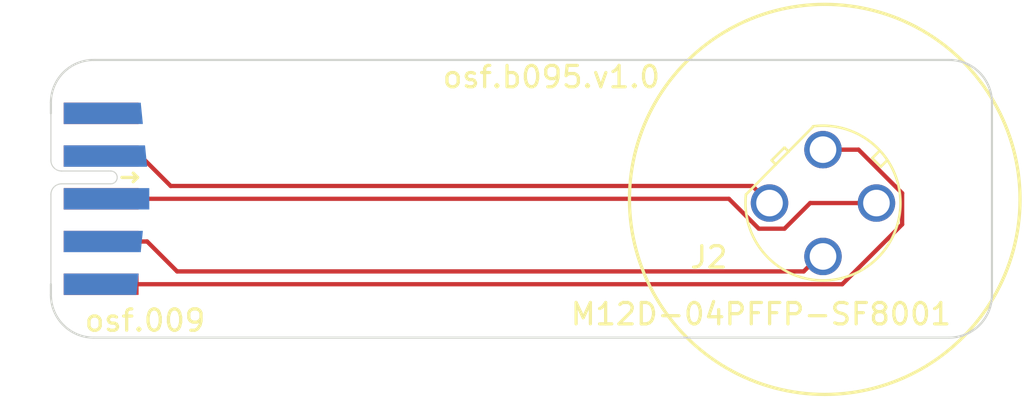
<source format=kicad_pcb>
(kicad_pcb (version 20211014) (generator pcbnew)
  (layers (0 "F.Cu" signal) (31 "B.Cu" signal) (34 "B.Paste" user) (35 "F.Paste" user) (36 "B.SilkS" user "B.Silkscreen") (37 "F.SilkS" user "F.Silkscreen") (38 "B.Mask" user) (39 "F.Mask" user) (44 "Edge.Cuts" user))
  (net 0 "")
  (net 3 "/magnetics/TX+")
  (net 4 "/magnetics/TX-")
  (net 5 "/magnetics/RX+")
  (net 6 "/magnetics/RX-")
  (footprint "on_edge:on_edge_2x05_device" (layer "F.Cu") (at 120 96.5 -90)
    (fp_text reference "J1")
    (fp_text value "009_1000BASE-T")
    (fp_line (start -1 -4.05) (end -0.8 -3.85) (layer "F.SilkS") (width 0.153))
    (fp_line (start -1 -4.05) (end -1 -3.323) (layer "F.SilkS") (width 0.153))
    (fp_line (start -1.2 -3.85) (end -1 -4.05) (layer "F.SilkS") (width 0.153))
    (fp_line (start -0.2 0) (end 4 0) (layer "Edge.Cuts") (width 0.05))
    (fp_line (start -0.7 -0.5) (end -0.7 -2.8) (layer "Edge.Cuts") (width 0.05))
    (fp_line (start -4 0) (end -1.8 0) (layer "Edge.Cuts") (width 0.05))
    (fp_line (start -1.3 -2.8) (end -1.3 -0.5) (layer "Edge.Cuts") (width 0.05))
    (fp_arc (start -0.2 0) (mid -0.553553 -0.146447) (end -0.7 -0.5) (layer "Edge.Cuts") (width 0.05))
    (fp_arc (start -1.3 -0.5) (mid -1.446447 -0.146447) (end -1.8 0) (layer "Edge.Cuts") (width 0.05))
    (fp_arc (start -1.3 -2.8) (mid -1 -3.1) (end -0.7 -2.8) (layer "Edge.Cuts") (width 0.05))
    (pad "1" smd rect (at -4 -2.35 90) (size 1 3.5) (layers "F.Cu" "F.Mask"))
    (pad "2" smd rect (at -2 -2.35 270) (size 1 3.5) (layers "F.Cu" "F.Mask") (net 3 "/magnetics/TX+"))
    (pad "3" smd rect (at 0 -2.35 270) (size 1 3.5) (layers "F.Cu" "F.Mask") (net 4 "/magnetics/TX-"))
    (pad "4" smd rect (at 2 -2.35 90) (size 1 3.5) (layers "F.Cu" "F.Mask") (net 5 "/magnetics/RX+"))
    (pad "5" smd rect (at 4 -2.35 90) (size 1 3.5) (layers "F.Cu" "F.Mask") (net 6 "/magnetics/RX-"))
    (pad "6" smd custom (at -4 -2.4 270) (size 1 3.6) (layers "B.Cu" "B.Mask") (options (clearance outline) (anchor rect)) (primitives (gr_poly (pts (xy 0.5 -1.8) (xy 0.5 -1.9) (xy -0.5 -1.8)) (width 0) (fill yes))))
    (pad "7" smd custom (at -2 -2.1 270) (size 1 3) (layers "B.Cu" "B.Mask") (options (clearance outline) (anchor rect)) (primitives (gr_poly (pts (xy 0.3 -0.51) (xy 0.31 -0.62) (xy 0.33 -0.7) (xy 0.35 -0.76) (xy 0.37 -0.81) (xy 0.4 -0.86) (xy 0.44 -0.92) (xy 0.48 -0.97) (xy 0.5 -0.99) (xy 0.5 -2.4) (xy -0.5 -2.3) (xy -0.5 1.5) (xy 0.3 1.5)) (width 0) (fill yes))))
    (pad "8" smd rect (at 0 -2.6 270) (size 1 4) (layers "B.Cu" "B.Mask"))
    (pad "9" smd custom (at 2 -2.4 270) (size 1 3.6) (layers "B.Cu" "B.Mask") (options (clearance outline) (anchor rect)) (primitives (gr_poly (pts (xy -0.5 -1.8) (xy -0.5 -1.9) (xy 0.5 -1.8)) (width 0) (fill yes))))
    (pad "10" smd custom (at 4 -2.3 270) (size 1 3.4) (layers "B.Cu" "B.Mask") (options (clearance outline) (anchor rect)) (primitives (gr_poly (pts (xy -0.5 -1.7) (xy -0.5 -1.8) (xy 0.5 -1.7)) (width 0) (fill yes))))
  )
  (footprint "b095:M12D" (layer "F.Cu") (at 156.1 96.7)
    (fp_text reference "J2" (at -5.334 2.54) (layer "F.SilkS"))
    (fp_text value "M12D-04PFFP-SF8001" (at -2.9 5.2) (layer "F.SilkS"))
    (fp_line (start -2.2 -1.8) (end -2.4 -2) (layer "F.SilkS") (width 0.12))
    (fp_line (start 2.6 -2.4) (end 2.3 -2.1) (layer "F.SilkS") (width 0.12))
    (fp_line (start 2.7 -1.7) (end 3 -2) (layer "F.SilkS") (width 0.12))
    (fp_line (start -2.4 -2) (end -1.8 -2.6) (layer "F.SilkS") (width 0.12))
    (fp_line (start -1.8 -2.6) (end -1.6 -2.4) (layer "F.SilkS") (width 0.12))
    (fp_line (start -0.465621 -3.569761) (end -3.6 -0.4) (layer "F.SilkS") (width 0.12))
    (fp_line (start 2.3 -2.1) (end 2.7 -1.7) (layer "F.SilkS") (width 0.12))
    (fp_arc (start -0.468487 -3.591728) (mid 2.585523 2.536742) (end -3.599999 -0.399999) (layer "F.SilkS") (width 0.12))
    (fp_circle (center 0.082235 -0.171765) (end 9.213535 -0.171765) (layer "F.SilkS") (width 0.1524) (fill none))
    (pad "1" thru_hole circle (at -2.5 0) (size 1.7526 1.7526) (drill 1.2446) (layers *.Cu *.Mask) (net 3 "/magnetics/TX+"))
    (pad "2" thru_hole circle (at 0 -2.5) (size 1.7526 1.7526) (drill 1.2446) (layers *.Cu *.Mask) (net 6 "/magnetics/RX-"))
    (pad "3" thru_hole circle (at 2.5 0 90) (size 1.7526 1.7526) (drill 1.2446) (layers *.Cu *.Mask) (net 4 "/magnetics/TX-"))
    (pad "4" thru_hole circle (at 0 2.5 90) (size 1.7526 1.7526) (drill 1.2446) (layers *.Cu *.Mask) (net 5 "/magnetics/RX+"))
  )
  (gr_line (start 120 100.5) (end 120 101) (layer "Edge.Cuts") (width 0.1))
  (gr_arc (start 164 101) (mid 163.414214 102.414214) (end 162 103) (layer "Edge.Cuts") (width 0.1))
  (gr_arc (start 120 92) (mid 120.585786 90.585786) (end 122 90) (layer "Edge.Cuts") (width 0.1))
  (gr_line (start 122 103) (end 162 103) (layer "Edge.Cuts") (width 0.1))
  (gr_line (start 120 92.5) (end 120 92) (layer "Edge.Cuts") (width 0.1))
  (gr_arc (start 162 90) (mid 163.414214 90.585786) (end 164 92) (layer "Edge.Cuts") (width 0.1))
  (gr_arc (start 122 103) (mid 120.585786 102.414214) (end 120 101) (layer "Edge.Cuts") (width 0.1))
  (gr_line (start 164 101) (end 164 92) (layer "Edge.Cuts") (width 0.1))
  (gr_line (start 162 90) (end 122 90) (layer "Edge.Cuts") (width 0.1))
  (gr_text "osf.009" (at 124.4 102.2) (layer "F.SilkS") (effects (font (size 1 1))))
  (gr_text "osf.b095.v1.0" (at 143.4 90.8) (layer "F.SilkS") (effects (font (size 1 1))))
  (segment (start 122.35 94.5) (end 124.2 94.5) (width 0.2) (layer "F.Cu") (net 3))
  (segment (start 152.8 95.9) (end 153.6 96.7) (width 0.2) (layer "F.Cu") (net 3))
  (segment (start 125.6 95.9) (end 152.8 95.9) (width 0.2) (layer "F.Cu") (net 3))
  (segment (start 124.2 94.5) (end 125.6 95.9) (width 0.2) (layer "F.Cu") (net 3))
  (segment (start 153.1 97.9) (end 154.3 97.9) (width 0.2) (layer "F.Cu") (net 4))
  (segment (start 154.3 97.9) (end 155.5 96.7) (width 0.2) (layer "F.Cu") (net 4))
  (segment (start 155.5 96.7) (end 158.6 96.7) (width 0.2) (layer "F.Cu") (net 4))
  (segment (start 151.7 96.5) (end 153.1 97.9) (width 0.2) (layer "F.Cu") (net 4))
  (segment (start 122.35 96.5) (end 151.7 96.5) (width 0.2) (layer "F.Cu") (net 4))
  (segment (start 124.5 98.5) (end 125.9 99.9) (width 0.2) (layer "F.Cu") (net 5))
  (segment (start 122.35 98.5) (end 124.5 98.5) (width 0.2) (layer "F.Cu") (net 5))
  (segment (start 155.2 99.9) (end 155.9 99.2) (width 0.2) (layer "F.Cu") (net 5))
  (segment (start 155.9 99.2) (end 156.1 99.2) (width 0.2) (layer "F.Cu") (net 5))
  (segment (start 125.9 99.9) (end 155.2 99.9) (width 0.2) (layer "F.Cu") (net 5))
  (segment (start 159.8 97.7) (end 159.8 96.23646) (width 0.2) (layer "F.Cu") (net 6))
  (segment (start 157.76354 94.2) (end 156.1 94.2) (width 0.2) (layer "F.Cu") (net 6))
  (segment (start 159.8 96.23646) (end 157.76354 94.2) (width 0.2) (layer "F.Cu") (net 6))
  (segment (start 157 100.5) (end 159.8 97.7) (width 0.2) (layer "F.Cu") (net 6))
  (segment (start 122.35 100.5) (end 157 100.5) (width 0.2) (layer "F.Cu") (net 6))
)
</source>
